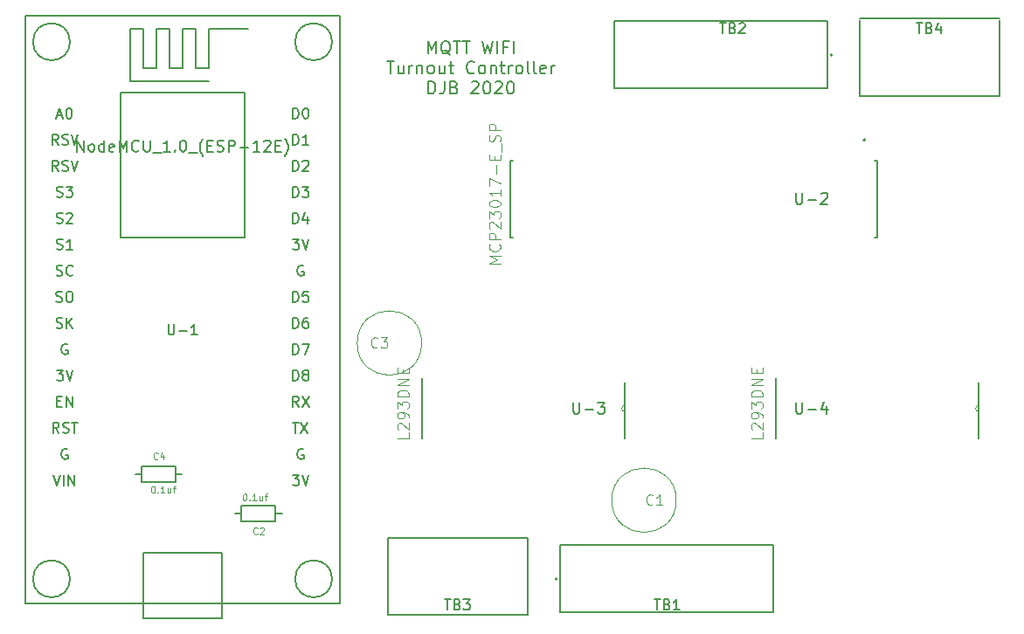
<source format=gbr>
G04 #@! TF.GenerationSoftware,KiCad,Pcbnew,5.1.6-c6e7f7d~86~ubuntu16.04.1*
G04 #@! TF.CreationDate,2020-05-12T14:31:13-06:00*
G04 #@! TF.ProjectId,Turnout-Cntrlr,5475726e-6f75-4742-9d43-6e74726c722e,rev?*
G04 #@! TF.SameCoordinates,Original*
G04 #@! TF.FileFunction,Legend,Top*
G04 #@! TF.FilePolarity,Positive*
%FSLAX46Y46*%
G04 Gerber Fmt 4.6, Leading zero omitted, Abs format (unit mm)*
G04 Created by KiCad (PCBNEW 5.1.6-c6e7f7d~86~ubuntu16.04.1) date 2020-05-12 14:31:13*
%MOMM*%
%LPD*%
G01*
G04 APERTURE LIST*
%ADD10C,0.150000*%
%ADD11C,0.127000*%
%ADD12C,0.050000*%
%ADD13C,0.152400*%
%ADD14C,0.100000*%
%ADD15C,0.200000*%
%ADD16C,0.015000*%
G04 APERTURE END LIST*
D10*
X85998571Y-65902857D02*
X85998571Y-64702857D01*
X86398571Y-65560000D01*
X86798571Y-64702857D01*
X86798571Y-65902857D01*
X88170000Y-66017142D02*
X88055714Y-65960000D01*
X87941428Y-65845714D01*
X87770000Y-65674285D01*
X87655714Y-65617142D01*
X87541428Y-65617142D01*
X87598571Y-65902857D02*
X87484285Y-65845714D01*
X87370000Y-65731428D01*
X87312857Y-65502857D01*
X87312857Y-65102857D01*
X87370000Y-64874285D01*
X87484285Y-64760000D01*
X87598571Y-64702857D01*
X87827142Y-64702857D01*
X87941428Y-64760000D01*
X88055714Y-64874285D01*
X88112857Y-65102857D01*
X88112857Y-65502857D01*
X88055714Y-65731428D01*
X87941428Y-65845714D01*
X87827142Y-65902857D01*
X87598571Y-65902857D01*
X88455714Y-64702857D02*
X89141428Y-64702857D01*
X88798571Y-65902857D02*
X88798571Y-64702857D01*
X89370000Y-64702857D02*
X90055714Y-64702857D01*
X89712857Y-65902857D02*
X89712857Y-64702857D01*
X91255714Y-64702857D02*
X91541428Y-65902857D01*
X91770000Y-65045714D01*
X91998571Y-65902857D01*
X92284285Y-64702857D01*
X92741428Y-65902857D02*
X92741428Y-64702857D01*
X93712857Y-65274285D02*
X93312857Y-65274285D01*
X93312857Y-65902857D02*
X93312857Y-64702857D01*
X93884285Y-64702857D01*
X94341428Y-65902857D02*
X94341428Y-64702857D01*
X82027142Y-66652857D02*
X82712857Y-66652857D01*
X82370000Y-67852857D02*
X82370000Y-66652857D01*
X83627142Y-67052857D02*
X83627142Y-67852857D01*
X83112857Y-67052857D02*
X83112857Y-67681428D01*
X83170000Y-67795714D01*
X83284285Y-67852857D01*
X83455714Y-67852857D01*
X83570000Y-67795714D01*
X83627142Y-67738571D01*
X84198571Y-67852857D02*
X84198571Y-67052857D01*
X84198571Y-67281428D02*
X84255714Y-67167142D01*
X84312857Y-67110000D01*
X84427142Y-67052857D01*
X84541428Y-67052857D01*
X84941428Y-67052857D02*
X84941428Y-67852857D01*
X84941428Y-67167142D02*
X84998571Y-67110000D01*
X85112857Y-67052857D01*
X85284285Y-67052857D01*
X85398571Y-67110000D01*
X85455714Y-67224285D01*
X85455714Y-67852857D01*
X86198571Y-67852857D02*
X86084285Y-67795714D01*
X86027142Y-67738571D01*
X85970000Y-67624285D01*
X85970000Y-67281428D01*
X86027142Y-67167142D01*
X86084285Y-67110000D01*
X86198571Y-67052857D01*
X86370000Y-67052857D01*
X86484285Y-67110000D01*
X86541428Y-67167142D01*
X86598571Y-67281428D01*
X86598571Y-67624285D01*
X86541428Y-67738571D01*
X86484285Y-67795714D01*
X86370000Y-67852857D01*
X86198571Y-67852857D01*
X87627142Y-67052857D02*
X87627142Y-67852857D01*
X87112857Y-67052857D02*
X87112857Y-67681428D01*
X87170000Y-67795714D01*
X87284285Y-67852857D01*
X87455714Y-67852857D01*
X87570000Y-67795714D01*
X87627142Y-67738571D01*
X88027142Y-67052857D02*
X88484285Y-67052857D01*
X88198571Y-66652857D02*
X88198571Y-67681428D01*
X88255714Y-67795714D01*
X88370000Y-67852857D01*
X88484285Y-67852857D01*
X90484285Y-67738571D02*
X90427142Y-67795714D01*
X90255714Y-67852857D01*
X90141428Y-67852857D01*
X89970000Y-67795714D01*
X89855714Y-67681428D01*
X89798571Y-67567142D01*
X89741428Y-67338571D01*
X89741428Y-67167142D01*
X89798571Y-66938571D01*
X89855714Y-66824285D01*
X89970000Y-66710000D01*
X90141428Y-66652857D01*
X90255714Y-66652857D01*
X90427142Y-66710000D01*
X90484285Y-66767142D01*
X91170000Y-67852857D02*
X91055714Y-67795714D01*
X90998571Y-67738571D01*
X90941428Y-67624285D01*
X90941428Y-67281428D01*
X90998571Y-67167142D01*
X91055714Y-67110000D01*
X91170000Y-67052857D01*
X91341428Y-67052857D01*
X91455714Y-67110000D01*
X91512857Y-67167142D01*
X91570000Y-67281428D01*
X91570000Y-67624285D01*
X91512857Y-67738571D01*
X91455714Y-67795714D01*
X91341428Y-67852857D01*
X91170000Y-67852857D01*
X92084285Y-67052857D02*
X92084285Y-67852857D01*
X92084285Y-67167142D02*
X92141428Y-67110000D01*
X92255714Y-67052857D01*
X92427142Y-67052857D01*
X92541428Y-67110000D01*
X92598571Y-67224285D01*
X92598571Y-67852857D01*
X92998571Y-67052857D02*
X93455714Y-67052857D01*
X93170000Y-66652857D02*
X93170000Y-67681428D01*
X93227142Y-67795714D01*
X93341428Y-67852857D01*
X93455714Y-67852857D01*
X93855714Y-67852857D02*
X93855714Y-67052857D01*
X93855714Y-67281428D02*
X93912857Y-67167142D01*
X93970000Y-67110000D01*
X94084285Y-67052857D01*
X94198571Y-67052857D01*
X94770000Y-67852857D02*
X94655714Y-67795714D01*
X94598571Y-67738571D01*
X94541428Y-67624285D01*
X94541428Y-67281428D01*
X94598571Y-67167142D01*
X94655714Y-67110000D01*
X94770000Y-67052857D01*
X94941428Y-67052857D01*
X95055714Y-67110000D01*
X95112857Y-67167142D01*
X95170000Y-67281428D01*
X95170000Y-67624285D01*
X95112857Y-67738571D01*
X95055714Y-67795714D01*
X94941428Y-67852857D01*
X94770000Y-67852857D01*
X95855714Y-67852857D02*
X95741428Y-67795714D01*
X95684285Y-67681428D01*
X95684285Y-66652857D01*
X96484285Y-67852857D02*
X96370000Y-67795714D01*
X96312857Y-67681428D01*
X96312857Y-66652857D01*
X97398571Y-67795714D02*
X97284285Y-67852857D01*
X97055714Y-67852857D01*
X96941428Y-67795714D01*
X96884285Y-67681428D01*
X96884285Y-67224285D01*
X96941428Y-67110000D01*
X97055714Y-67052857D01*
X97284285Y-67052857D01*
X97398571Y-67110000D01*
X97455714Y-67224285D01*
X97455714Y-67338571D01*
X96884285Y-67452857D01*
X97970000Y-67852857D02*
X97970000Y-67052857D01*
X97970000Y-67281428D02*
X98027142Y-67167142D01*
X98084285Y-67110000D01*
X98198571Y-67052857D01*
X98312857Y-67052857D01*
X86055714Y-69802857D02*
X86055714Y-68602857D01*
X86341428Y-68602857D01*
X86512857Y-68660000D01*
X86627142Y-68774285D01*
X86684285Y-68888571D01*
X86741428Y-69117142D01*
X86741428Y-69288571D01*
X86684285Y-69517142D01*
X86627142Y-69631428D01*
X86512857Y-69745714D01*
X86341428Y-69802857D01*
X86055714Y-69802857D01*
X87598571Y-68602857D02*
X87598571Y-69460000D01*
X87541428Y-69631428D01*
X87427142Y-69745714D01*
X87255714Y-69802857D01*
X87141428Y-69802857D01*
X88570000Y-69174285D02*
X88741428Y-69231428D01*
X88798571Y-69288571D01*
X88855714Y-69402857D01*
X88855714Y-69574285D01*
X88798571Y-69688571D01*
X88741428Y-69745714D01*
X88627142Y-69802857D01*
X88170000Y-69802857D01*
X88170000Y-68602857D01*
X88570000Y-68602857D01*
X88684285Y-68660000D01*
X88741428Y-68717142D01*
X88798571Y-68831428D01*
X88798571Y-68945714D01*
X88741428Y-69060000D01*
X88684285Y-69117142D01*
X88570000Y-69174285D01*
X88170000Y-69174285D01*
X90227142Y-68717142D02*
X90284285Y-68660000D01*
X90398571Y-68602857D01*
X90684285Y-68602857D01*
X90798571Y-68660000D01*
X90855714Y-68717142D01*
X90912857Y-68831428D01*
X90912857Y-68945714D01*
X90855714Y-69117142D01*
X90170000Y-69802857D01*
X90912857Y-69802857D01*
X91655714Y-68602857D02*
X91770000Y-68602857D01*
X91884285Y-68660000D01*
X91941428Y-68717142D01*
X91998571Y-68831428D01*
X92055714Y-69060000D01*
X92055714Y-69345714D01*
X91998571Y-69574285D01*
X91941428Y-69688571D01*
X91884285Y-69745714D01*
X91770000Y-69802857D01*
X91655714Y-69802857D01*
X91541428Y-69745714D01*
X91484285Y-69688571D01*
X91427142Y-69574285D01*
X91370000Y-69345714D01*
X91370000Y-69060000D01*
X91427142Y-68831428D01*
X91484285Y-68717142D01*
X91541428Y-68660000D01*
X91655714Y-68602857D01*
X92512857Y-68717142D02*
X92570000Y-68660000D01*
X92684285Y-68602857D01*
X92970000Y-68602857D01*
X93084285Y-68660000D01*
X93141428Y-68717142D01*
X93198571Y-68831428D01*
X93198571Y-68945714D01*
X93141428Y-69117142D01*
X92455714Y-69802857D01*
X93198571Y-69802857D01*
X93941428Y-68602857D02*
X94055714Y-68602857D01*
X94170000Y-68660000D01*
X94227142Y-68717142D01*
X94284285Y-68831428D01*
X94341428Y-69060000D01*
X94341428Y-69345714D01*
X94284285Y-69574285D01*
X94227142Y-69688571D01*
X94170000Y-69745714D01*
X94055714Y-69802857D01*
X93941428Y-69802857D01*
X93827142Y-69745714D01*
X93770000Y-69688571D01*
X93712857Y-69574285D01*
X93655714Y-69345714D01*
X93655714Y-69060000D01*
X93712857Y-68831428D01*
X93770000Y-68717142D01*
X93827142Y-68660000D01*
X93941428Y-68602857D01*
D11*
X58290000Y-105930000D02*
X61590000Y-105930000D01*
X61590000Y-105930000D02*
X61590000Y-106680000D01*
X61590000Y-106680000D02*
X61590000Y-107430000D01*
X61590000Y-107430000D02*
X58290000Y-107430000D01*
X58290000Y-107430000D02*
X58290000Y-106680000D01*
X58290000Y-106680000D02*
X58290000Y-105930000D01*
X58290000Y-106680000D02*
X57690000Y-106680000D01*
X61590000Y-106680000D02*
X62190000Y-106680000D01*
D12*
X85405000Y-93980000D02*
G75*
G03*
X85405000Y-93980000I-3125000J0D01*
G01*
D11*
X71250000Y-111240000D02*
X67950000Y-111240000D01*
X67950000Y-111240000D02*
X67950000Y-110490000D01*
X67950000Y-110490000D02*
X67950000Y-109740000D01*
X67950000Y-109740000D02*
X71250000Y-109740000D01*
X71250000Y-109740000D02*
X71250000Y-110490000D01*
X71250000Y-110490000D02*
X71250000Y-111240000D01*
X71250000Y-110490000D02*
X71850000Y-110490000D01*
X67950000Y-110490000D02*
X67350000Y-110490000D01*
D12*
X110075000Y-109220000D02*
G75*
G03*
X110075000Y-109220000I-3125000J0D01*
G01*
D11*
X98830000Y-113590000D02*
X98830000Y-120090000D01*
X98830000Y-120090000D02*
X109450000Y-120090000D01*
X109450000Y-113590000D02*
X98830000Y-113590000D01*
X98525000Y-116840000D02*
G75*
G03*
X98525000Y-116840000I-100000J0D01*
G01*
X108830000Y-120090000D02*
X119450000Y-120090000D01*
X119450000Y-120090000D02*
X119450000Y-113590000D01*
X119450000Y-113590000D02*
X108830000Y-113590000D01*
D13*
X139395200Y-100025200D02*
X139395200Y-97840800D01*
X139395200Y-100634800D02*
X139395200Y-100025200D01*
X139395200Y-103251000D02*
X139395200Y-100634800D01*
X119684800Y-97409000D02*
X119684800Y-103251000D01*
D14*
X139395200Y-100634800D02*
G75*
G02*
X139395200Y-100025200I0J304800D01*
G01*
D11*
X127870000Y-70040000D02*
X141370000Y-70040000D01*
X141370000Y-70040000D02*
X141370000Y-62640000D01*
X127870000Y-62640000D02*
X127870000Y-70040000D01*
X127870000Y-62540000D02*
X141370000Y-62540000D01*
X95650000Y-112840000D02*
X82150000Y-112840000D01*
X82150000Y-112840000D02*
X82150000Y-120240000D01*
X95650000Y-120240000D02*
X95650000Y-112840000D01*
X95650000Y-120340000D02*
X82150000Y-120340000D01*
X104070000Y-69290000D02*
X114690000Y-69290000D01*
X104070000Y-62790000D02*
X104070000Y-69290000D01*
X114690000Y-62790000D02*
X104070000Y-62790000D01*
X125195000Y-66040000D02*
G75*
G03*
X125195000Y-66040000I-100000J0D01*
G01*
X114070000Y-69290000D02*
X124690000Y-69290000D01*
X124690000Y-62790000D02*
X114070000Y-62790000D01*
X124690000Y-69290000D02*
X124690000Y-62790000D01*
D13*
X85394800Y-97409000D02*
X85394800Y-103251000D01*
X105105200Y-103251000D02*
X105105200Y-100634800D01*
X105105200Y-100634800D02*
X105105200Y-100025200D01*
X105105200Y-100025200D02*
X105105200Y-97840800D01*
D14*
X105105200Y-100634800D02*
G75*
G02*
X105105200Y-100025200I0J304800D01*
G01*
D11*
X129540000Y-83760000D02*
X129540000Y-76260000D01*
X93980000Y-83760000D02*
X93980000Y-76260000D01*
X129540000Y-76260000D02*
X129286000Y-76260000D01*
X129540000Y-83760000D02*
X129286000Y-83760000D01*
X93980000Y-76260000D02*
X94234000Y-76260000D01*
X93980000Y-83760000D02*
X94234000Y-83760000D01*
D15*
X128404300Y-74295580D02*
G75*
G03*
X128404300Y-74295580I-100000J0D01*
G01*
D10*
X56230000Y-69710000D02*
X68230000Y-69710000D01*
X68230000Y-69710000D02*
X68230000Y-83710000D01*
X68230000Y-83710000D02*
X56230000Y-83710000D01*
X56230000Y-83710000D02*
X56230000Y-69710000D01*
X64770000Y-68580000D02*
X57150000Y-68580000D01*
X57150000Y-68580000D02*
X57150000Y-63500000D01*
X57150000Y-63500000D02*
X58420000Y-63500000D01*
X58420000Y-63500000D02*
X58420000Y-67310000D01*
X58420000Y-67310000D02*
X59690000Y-67310000D01*
X59690000Y-67310000D02*
X59690000Y-63500000D01*
X59690000Y-63500000D02*
X60960000Y-63500000D01*
X60960000Y-63500000D02*
X60960000Y-67310000D01*
X60960000Y-67310000D02*
X62230000Y-67310000D01*
X62230000Y-67310000D02*
X62230000Y-63500000D01*
X62230000Y-63500000D02*
X63500000Y-63500000D01*
X63500000Y-63500000D02*
X63500000Y-67310000D01*
X63500000Y-67310000D02*
X64770000Y-67310000D01*
X64770000Y-67310000D02*
X64770000Y-63500000D01*
X64770000Y-63500000D02*
X68580000Y-63500000D01*
X58420000Y-120650000D02*
X66040000Y-120650000D01*
X66040000Y-120650000D02*
X66040000Y-114300000D01*
X66040000Y-114300000D02*
X58420000Y-114300000D01*
X58420000Y-114300000D02*
X58420000Y-120650000D01*
X76726051Y-116840000D02*
G75*
G03*
X76726051Y-116840000I-1796051J0D01*
G01*
X51326051Y-116840000D02*
G75*
G03*
X51326051Y-116840000I-1796051J0D01*
G01*
X51326051Y-64770000D02*
G75*
G03*
X51326051Y-64770000I-1796051J0D01*
G01*
X76726051Y-64770000D02*
G75*
G03*
X76726051Y-64770000I-1796051J0D01*
G01*
X77480000Y-62210000D02*
X47480000Y-62210000D01*
X47480000Y-62210000D02*
X46980000Y-62210000D01*
X46980000Y-62210000D02*
X46980000Y-119210000D01*
X46980000Y-119210000D02*
X77480000Y-119210000D01*
X77480000Y-119210000D02*
X77480000Y-62210000D01*
D12*
X59830329Y-105191407D02*
X59798995Y-105222741D01*
X59704992Y-105254076D01*
X59642323Y-105254076D01*
X59548320Y-105222741D01*
X59485652Y-105160073D01*
X59454317Y-105097404D01*
X59422983Y-104972067D01*
X59422983Y-104878064D01*
X59454317Y-104752726D01*
X59485652Y-104690058D01*
X59548320Y-104627389D01*
X59642323Y-104596055D01*
X59704992Y-104596055D01*
X59798995Y-104627389D01*
X59830329Y-104658723D01*
X60394347Y-104815395D02*
X60394347Y-105254076D01*
X60237676Y-104564720D02*
X60081004Y-105034735D01*
X60488350Y-105034735D01*
X59334943Y-107858513D02*
X59397507Y-107858513D01*
X59460072Y-107889796D01*
X59491354Y-107921078D01*
X59522636Y-107983642D01*
X59553919Y-108108772D01*
X59553919Y-108265183D01*
X59522636Y-108390312D01*
X59491354Y-108452877D01*
X59460072Y-108484159D01*
X59397507Y-108515441D01*
X59334943Y-108515441D01*
X59272378Y-108484159D01*
X59241096Y-108452877D01*
X59209813Y-108390312D01*
X59178531Y-108265183D01*
X59178531Y-108108772D01*
X59209813Y-107983642D01*
X59241096Y-107921078D01*
X59272378Y-107889796D01*
X59334943Y-107858513D01*
X59835459Y-108452877D02*
X59866741Y-108484159D01*
X59835459Y-108515441D01*
X59804177Y-108484159D01*
X59835459Y-108452877D01*
X59835459Y-108515441D01*
X60492387Y-108515441D02*
X60117000Y-108515441D01*
X60304693Y-108515441D02*
X60304693Y-107858513D01*
X60242129Y-107952360D01*
X60179564Y-108014925D01*
X60117000Y-108046207D01*
X61055468Y-108077489D02*
X61055468Y-108515441D01*
X60773928Y-108077489D02*
X60773928Y-108421594D01*
X60805210Y-108484159D01*
X60867775Y-108515441D01*
X60961621Y-108515441D01*
X61024186Y-108484159D01*
X61055468Y-108452877D01*
X61274444Y-108077489D02*
X61524703Y-108077489D01*
X61368291Y-108515441D02*
X61368291Y-107952360D01*
X61399573Y-107889796D01*
X61462138Y-107858513D01*
X61524703Y-107858513D01*
D16*
X81113333Y-94337142D02*
X81065714Y-94384761D01*
X80922857Y-94432380D01*
X80827619Y-94432380D01*
X80684761Y-94384761D01*
X80589523Y-94289523D01*
X80541904Y-94194285D01*
X80494285Y-94003809D01*
X80494285Y-93860952D01*
X80541904Y-93670476D01*
X80589523Y-93575238D01*
X80684761Y-93480000D01*
X80827619Y-93432380D01*
X80922857Y-93432380D01*
X81065714Y-93480000D01*
X81113333Y-93527619D01*
X81446666Y-93432380D02*
X82065714Y-93432380D01*
X81732380Y-93813333D01*
X81875238Y-93813333D01*
X81970476Y-93860952D01*
X82018095Y-93908571D01*
X82065714Y-94003809D01*
X82065714Y-94241904D01*
X82018095Y-94337142D01*
X81970476Y-94384761D01*
X81875238Y-94432380D01*
X81589523Y-94432380D01*
X81494285Y-94384761D01*
X81446666Y-94337142D01*
D12*
X69490329Y-112448607D02*
X69458995Y-112479941D01*
X69364992Y-112511276D01*
X69302323Y-112511276D01*
X69208320Y-112479941D01*
X69145652Y-112417273D01*
X69114317Y-112354604D01*
X69082983Y-112229267D01*
X69082983Y-112135264D01*
X69114317Y-112009926D01*
X69145652Y-111947258D01*
X69208320Y-111884589D01*
X69302323Y-111853255D01*
X69364992Y-111853255D01*
X69458995Y-111884589D01*
X69490329Y-111915923D01*
X69741004Y-111915923D02*
X69772338Y-111884589D01*
X69835007Y-111853255D01*
X69991679Y-111853255D01*
X70054347Y-111884589D01*
X70085682Y-111915923D01*
X70117016Y-111978592D01*
X70117016Y-112041261D01*
X70085682Y-112135264D01*
X69709670Y-112511276D01*
X70117016Y-112511276D01*
X68234273Y-108591993D02*
X68296837Y-108591993D01*
X68359402Y-108623276D01*
X68390684Y-108654558D01*
X68421966Y-108717122D01*
X68453249Y-108842252D01*
X68453249Y-108998663D01*
X68421966Y-109123792D01*
X68390684Y-109186357D01*
X68359402Y-109217639D01*
X68296837Y-109248921D01*
X68234273Y-109248921D01*
X68171708Y-109217639D01*
X68140426Y-109186357D01*
X68109143Y-109123792D01*
X68077861Y-108998663D01*
X68077861Y-108842252D01*
X68109143Y-108717122D01*
X68140426Y-108654558D01*
X68171708Y-108623276D01*
X68234273Y-108591993D01*
X68734789Y-109186357D02*
X68766071Y-109217639D01*
X68734789Y-109248921D01*
X68703507Y-109217639D01*
X68734789Y-109186357D01*
X68734789Y-109248921D01*
X69391717Y-109248921D02*
X69016330Y-109248921D01*
X69204023Y-109248921D02*
X69204023Y-108591993D01*
X69141459Y-108685840D01*
X69078894Y-108748405D01*
X69016330Y-108779687D01*
X69954798Y-108810969D02*
X69954798Y-109248921D01*
X69673258Y-108810969D02*
X69673258Y-109155074D01*
X69704540Y-109217639D01*
X69767105Y-109248921D01*
X69860951Y-109248921D01*
X69923516Y-109217639D01*
X69954798Y-109186357D01*
X70173774Y-108810969D02*
X70424033Y-108810969D01*
X70267621Y-109248921D02*
X70267621Y-108685840D01*
X70298903Y-108623276D01*
X70361468Y-108591993D01*
X70424033Y-108591993D01*
D16*
X107783333Y-109577142D02*
X107735714Y-109624761D01*
X107592857Y-109672380D01*
X107497619Y-109672380D01*
X107354761Y-109624761D01*
X107259523Y-109529523D01*
X107211904Y-109434285D01*
X107164285Y-109243809D01*
X107164285Y-109100952D01*
X107211904Y-108910476D01*
X107259523Y-108815238D01*
X107354761Y-108720000D01*
X107497619Y-108672380D01*
X107592857Y-108672380D01*
X107735714Y-108720000D01*
X107783333Y-108767619D01*
X108735714Y-109672380D02*
X108164285Y-109672380D01*
X108450000Y-109672380D02*
X108450000Y-108672380D01*
X108354761Y-108815238D01*
X108259523Y-108910476D01*
X108164285Y-108958095D01*
D10*
X107958095Y-118832380D02*
X108529523Y-118832380D01*
X108243809Y-119832380D02*
X108243809Y-118832380D01*
X109196190Y-119308571D02*
X109339047Y-119356190D01*
X109386666Y-119403809D01*
X109434285Y-119499047D01*
X109434285Y-119641904D01*
X109386666Y-119737142D01*
X109339047Y-119784761D01*
X109243809Y-119832380D01*
X108862857Y-119832380D01*
X108862857Y-118832380D01*
X109196190Y-118832380D01*
X109291428Y-118880000D01*
X109339047Y-118927619D01*
X109386666Y-119022857D01*
X109386666Y-119118095D01*
X109339047Y-119213333D01*
X109291428Y-119260952D01*
X109196190Y-119308571D01*
X108862857Y-119308571D01*
X110386666Y-119832380D02*
X109815238Y-119832380D01*
X110100952Y-119832380D02*
X110100952Y-118832380D01*
X110005714Y-118975238D01*
X109910476Y-119070476D01*
X109815238Y-119118095D01*
X121670952Y-99727619D02*
X121670952Y-100618095D01*
X121723333Y-100722857D01*
X121775714Y-100775238D01*
X121880476Y-100827619D01*
X122090000Y-100827619D01*
X122194761Y-100775238D01*
X122247142Y-100722857D01*
X122299523Y-100618095D01*
X122299523Y-99727619D01*
X122823333Y-100408571D02*
X123661428Y-100408571D01*
X124656666Y-100094285D02*
X124656666Y-100827619D01*
X124394761Y-99675238D02*
X124132857Y-100460952D01*
X124813809Y-100460952D01*
D12*
X118424839Y-102668851D02*
X118424839Y-103192661D01*
X117324839Y-103192661D01*
X117429600Y-102354566D02*
X117377220Y-102302185D01*
X117324839Y-102197423D01*
X117324839Y-101935518D01*
X117377220Y-101830756D01*
X117429600Y-101778375D01*
X117534362Y-101725994D01*
X117639124Y-101725994D01*
X117796267Y-101778375D01*
X118424839Y-102406947D01*
X118424839Y-101725994D01*
X118424839Y-101202185D02*
X118424839Y-100992661D01*
X118372458Y-100887899D01*
X118320077Y-100835518D01*
X118162934Y-100730756D01*
X117953410Y-100678375D01*
X117534362Y-100678375D01*
X117429600Y-100730756D01*
X117377220Y-100783137D01*
X117324839Y-100887899D01*
X117324839Y-101097423D01*
X117377220Y-101202185D01*
X117429600Y-101254566D01*
X117534362Y-101306947D01*
X117796267Y-101306947D01*
X117901029Y-101254566D01*
X117953410Y-101202185D01*
X118005791Y-101097423D01*
X118005791Y-100887899D01*
X117953410Y-100783137D01*
X117901029Y-100730756D01*
X117796267Y-100678375D01*
X117324839Y-100311709D02*
X117324839Y-99630756D01*
X117743886Y-99997423D01*
X117743886Y-99840280D01*
X117796267Y-99735518D01*
X117848648Y-99683137D01*
X117953410Y-99630756D01*
X118215315Y-99630756D01*
X118320077Y-99683137D01*
X118372458Y-99735518D01*
X118424839Y-99840280D01*
X118424839Y-100154566D01*
X118372458Y-100259328D01*
X118320077Y-100311709D01*
X118424839Y-99159328D02*
X117324839Y-99159328D01*
X117324839Y-98897423D01*
X117377220Y-98740280D01*
X117481981Y-98635518D01*
X117586743Y-98583137D01*
X117796267Y-98530756D01*
X117953410Y-98530756D01*
X118162934Y-98583137D01*
X118267696Y-98635518D01*
X118372458Y-98740280D01*
X118424839Y-98897423D01*
X118424839Y-99159328D01*
X118424839Y-98059328D02*
X117324839Y-98059328D01*
X118424839Y-97430756D01*
X117324839Y-97430756D01*
X117848648Y-96906947D02*
X117848648Y-96540280D01*
X118424839Y-96383137D02*
X118424839Y-96906947D01*
X117324839Y-96906947D01*
X117324839Y-96383137D01*
D10*
X133358095Y-62952380D02*
X133929523Y-62952380D01*
X133643809Y-63952380D02*
X133643809Y-62952380D01*
X134596190Y-63428571D02*
X134739047Y-63476190D01*
X134786666Y-63523809D01*
X134834285Y-63619047D01*
X134834285Y-63761904D01*
X134786666Y-63857142D01*
X134739047Y-63904761D01*
X134643809Y-63952380D01*
X134262857Y-63952380D01*
X134262857Y-62952380D01*
X134596190Y-62952380D01*
X134691428Y-63000000D01*
X134739047Y-63047619D01*
X134786666Y-63142857D01*
X134786666Y-63238095D01*
X134739047Y-63333333D01*
X134691428Y-63380952D01*
X134596190Y-63428571D01*
X134262857Y-63428571D01*
X135691428Y-63285714D02*
X135691428Y-63952380D01*
X135453333Y-62904761D02*
X135215238Y-63619047D01*
X135834285Y-63619047D01*
X87638095Y-118832380D02*
X88209523Y-118832380D01*
X87923809Y-119832380D02*
X87923809Y-118832380D01*
X88876190Y-119308571D02*
X89019047Y-119356190D01*
X89066666Y-119403809D01*
X89114285Y-119499047D01*
X89114285Y-119641904D01*
X89066666Y-119737142D01*
X89019047Y-119784761D01*
X88923809Y-119832380D01*
X88542857Y-119832380D01*
X88542857Y-118832380D01*
X88876190Y-118832380D01*
X88971428Y-118880000D01*
X89019047Y-118927619D01*
X89066666Y-119022857D01*
X89066666Y-119118095D01*
X89019047Y-119213333D01*
X88971428Y-119260952D01*
X88876190Y-119308571D01*
X88542857Y-119308571D01*
X89447619Y-118832380D02*
X90066666Y-118832380D01*
X89733333Y-119213333D01*
X89876190Y-119213333D01*
X89971428Y-119260952D01*
X90019047Y-119308571D01*
X90066666Y-119403809D01*
X90066666Y-119641904D01*
X90019047Y-119737142D01*
X89971428Y-119784761D01*
X89876190Y-119832380D01*
X89590476Y-119832380D01*
X89495238Y-119784761D01*
X89447619Y-119737142D01*
X114308095Y-62952380D02*
X114879523Y-62952380D01*
X114593809Y-63952380D02*
X114593809Y-62952380D01*
X115546190Y-63428571D02*
X115689047Y-63476190D01*
X115736666Y-63523809D01*
X115784285Y-63619047D01*
X115784285Y-63761904D01*
X115736666Y-63857142D01*
X115689047Y-63904761D01*
X115593809Y-63952380D01*
X115212857Y-63952380D01*
X115212857Y-62952380D01*
X115546190Y-62952380D01*
X115641428Y-63000000D01*
X115689047Y-63047619D01*
X115736666Y-63142857D01*
X115736666Y-63238095D01*
X115689047Y-63333333D01*
X115641428Y-63380952D01*
X115546190Y-63428571D01*
X115212857Y-63428571D01*
X116165238Y-63047619D02*
X116212857Y-63000000D01*
X116308095Y-62952380D01*
X116546190Y-62952380D01*
X116641428Y-63000000D01*
X116689047Y-63047619D01*
X116736666Y-63142857D01*
X116736666Y-63238095D01*
X116689047Y-63380952D01*
X116117619Y-63952380D01*
X116736666Y-63952380D01*
X100080952Y-99727619D02*
X100080952Y-100618095D01*
X100133333Y-100722857D01*
X100185714Y-100775238D01*
X100290476Y-100827619D01*
X100500000Y-100827619D01*
X100604761Y-100775238D01*
X100657142Y-100722857D01*
X100709523Y-100618095D01*
X100709523Y-99727619D01*
X101233333Y-100408571D02*
X102071428Y-100408571D01*
X102490476Y-99727619D02*
X103171428Y-99727619D01*
X102804761Y-100146666D01*
X102961904Y-100146666D01*
X103066666Y-100199047D01*
X103119047Y-100251428D01*
X103171428Y-100356190D01*
X103171428Y-100618095D01*
X103119047Y-100722857D01*
X103066666Y-100775238D01*
X102961904Y-100827619D01*
X102647619Y-100827619D01*
X102542857Y-100775238D01*
X102490476Y-100722857D01*
D12*
X84134839Y-102668851D02*
X84134839Y-103192661D01*
X83034839Y-103192661D01*
X83139600Y-102354566D02*
X83087220Y-102302185D01*
X83034839Y-102197423D01*
X83034839Y-101935518D01*
X83087220Y-101830756D01*
X83139600Y-101778375D01*
X83244362Y-101725994D01*
X83349124Y-101725994D01*
X83506267Y-101778375D01*
X84134839Y-102406947D01*
X84134839Y-101725994D01*
X84134839Y-101202185D02*
X84134839Y-100992661D01*
X84082458Y-100887899D01*
X84030077Y-100835518D01*
X83872934Y-100730756D01*
X83663410Y-100678375D01*
X83244362Y-100678375D01*
X83139600Y-100730756D01*
X83087220Y-100783137D01*
X83034839Y-100887899D01*
X83034839Y-101097423D01*
X83087220Y-101202185D01*
X83139600Y-101254566D01*
X83244362Y-101306947D01*
X83506267Y-101306947D01*
X83611029Y-101254566D01*
X83663410Y-101202185D01*
X83715791Y-101097423D01*
X83715791Y-100887899D01*
X83663410Y-100783137D01*
X83611029Y-100730756D01*
X83506267Y-100678375D01*
X83034839Y-100311709D02*
X83034839Y-99630756D01*
X83453886Y-99997423D01*
X83453886Y-99840280D01*
X83506267Y-99735518D01*
X83558648Y-99683137D01*
X83663410Y-99630756D01*
X83925315Y-99630756D01*
X84030077Y-99683137D01*
X84082458Y-99735518D01*
X84134839Y-99840280D01*
X84134839Y-100154566D01*
X84082458Y-100259328D01*
X84030077Y-100311709D01*
X84134839Y-99159328D02*
X83034839Y-99159328D01*
X83034839Y-98897423D01*
X83087220Y-98740280D01*
X83191981Y-98635518D01*
X83296743Y-98583137D01*
X83506267Y-98530756D01*
X83663410Y-98530756D01*
X83872934Y-98583137D01*
X83977696Y-98635518D01*
X84082458Y-98740280D01*
X84134839Y-98897423D01*
X84134839Y-99159328D01*
X84134839Y-98059328D02*
X83034839Y-98059328D01*
X84134839Y-97430756D01*
X83034839Y-97430756D01*
X83558648Y-96906947D02*
X83558648Y-96540280D01*
X84134839Y-96383137D02*
X84134839Y-96906947D01*
X83034839Y-96906947D01*
X83034839Y-96383137D01*
D10*
X121670952Y-79407619D02*
X121670952Y-80298095D01*
X121723333Y-80402857D01*
X121775714Y-80455238D01*
X121880476Y-80507619D01*
X122090000Y-80507619D01*
X122194761Y-80455238D01*
X122247142Y-80402857D01*
X122299523Y-80298095D01*
X122299523Y-79407619D01*
X122823333Y-80088571D02*
X123661428Y-80088571D01*
X124132857Y-79512380D02*
X124185238Y-79460000D01*
X124290000Y-79407619D01*
X124551904Y-79407619D01*
X124656666Y-79460000D01*
X124709047Y-79512380D01*
X124761428Y-79617142D01*
X124761428Y-79721904D01*
X124709047Y-79879047D01*
X124080476Y-80507619D01*
X124761428Y-80507619D01*
D12*
X93031019Y-86273812D02*
X91931019Y-86273812D01*
X92716733Y-85907146D01*
X91931019Y-85540479D01*
X93031019Y-85540479D01*
X92926257Y-84388098D02*
X92978638Y-84440479D01*
X93031019Y-84597622D01*
X93031019Y-84702384D01*
X92978638Y-84859527D01*
X92873876Y-84964289D01*
X92769114Y-85016670D01*
X92559590Y-85069050D01*
X92402447Y-85069050D01*
X92192923Y-85016670D01*
X92088161Y-84964289D01*
X91983400Y-84859527D01*
X91931019Y-84702384D01*
X91931019Y-84597622D01*
X91983400Y-84440479D01*
X92035780Y-84388098D01*
X93031019Y-83916670D02*
X91931019Y-83916670D01*
X91931019Y-83497622D01*
X91983400Y-83392860D01*
X92035780Y-83340479D01*
X92140542Y-83288098D01*
X92297685Y-83288098D01*
X92402447Y-83340479D01*
X92454828Y-83392860D01*
X92507209Y-83497622D01*
X92507209Y-83916670D01*
X92035780Y-82869050D02*
X91983400Y-82816670D01*
X91931019Y-82711908D01*
X91931019Y-82450003D01*
X91983400Y-82345241D01*
X92035780Y-82292860D01*
X92140542Y-82240479D01*
X92245304Y-82240479D01*
X92402447Y-82292860D01*
X93031019Y-82921431D01*
X93031019Y-82240479D01*
X91931019Y-81873812D02*
X91931019Y-81192860D01*
X92350066Y-81559527D01*
X92350066Y-81402384D01*
X92402447Y-81297622D01*
X92454828Y-81245241D01*
X92559590Y-81192860D01*
X92821495Y-81192860D01*
X92926257Y-81245241D01*
X92978638Y-81297622D01*
X93031019Y-81402384D01*
X93031019Y-81716670D01*
X92978638Y-81821431D01*
X92926257Y-81873812D01*
X91931019Y-80511908D02*
X91931019Y-80407146D01*
X91983400Y-80302384D01*
X92035780Y-80250003D01*
X92140542Y-80197622D01*
X92350066Y-80145241D01*
X92611971Y-80145241D01*
X92821495Y-80197622D01*
X92926257Y-80250003D01*
X92978638Y-80302384D01*
X93031019Y-80407146D01*
X93031019Y-80511908D01*
X92978638Y-80616670D01*
X92926257Y-80669050D01*
X92821495Y-80721431D01*
X92611971Y-80773812D01*
X92350066Y-80773812D01*
X92140542Y-80721431D01*
X92035780Y-80669050D01*
X91983400Y-80616670D01*
X91931019Y-80511908D01*
X93031019Y-79097622D02*
X93031019Y-79726193D01*
X93031019Y-79411908D02*
X91931019Y-79411908D01*
X92088161Y-79516670D01*
X92192923Y-79621431D01*
X92245304Y-79726193D01*
X91931019Y-78730955D02*
X91931019Y-77997622D01*
X93031019Y-78469050D01*
X92611971Y-77578574D02*
X92611971Y-76740479D01*
X92454828Y-76216670D02*
X92454828Y-75850003D01*
X93031019Y-75692860D02*
X93031019Y-76216670D01*
X91931019Y-76216670D01*
X91931019Y-75692860D01*
X93135780Y-75483336D02*
X93135780Y-74645241D01*
X92978638Y-74435717D02*
X93031019Y-74278574D01*
X93031019Y-74016670D01*
X92978638Y-73911908D01*
X92926257Y-73859527D01*
X92821495Y-73807146D01*
X92716733Y-73807146D01*
X92611971Y-73859527D01*
X92559590Y-73911908D01*
X92507209Y-74016670D01*
X92454828Y-74226193D01*
X92402447Y-74330955D01*
X92350066Y-74383336D01*
X92245304Y-74435717D01*
X92140542Y-74435717D01*
X92035780Y-74383336D01*
X91983400Y-74330955D01*
X91931019Y-74226193D01*
X91931019Y-73964289D01*
X91983400Y-73807146D01*
X93031019Y-73335717D02*
X91931019Y-73335717D01*
X91931019Y-72916670D01*
X91983400Y-72811908D01*
X92035780Y-72759527D01*
X92140542Y-72707146D01*
X92297685Y-72707146D01*
X92402447Y-72759527D01*
X92454828Y-72811908D01*
X92507209Y-72916670D01*
X92507209Y-73335717D01*
D10*
X60849047Y-92162380D02*
X60849047Y-92971904D01*
X60896666Y-93067142D01*
X60944285Y-93114761D01*
X61039523Y-93162380D01*
X61230000Y-93162380D01*
X61325238Y-93114761D01*
X61372857Y-93067142D01*
X61420476Y-92971904D01*
X61420476Y-92162380D01*
X61896666Y-92781428D02*
X62658571Y-92781428D01*
X63658571Y-93162380D02*
X63087142Y-93162380D01*
X63372857Y-93162380D02*
X63372857Y-92162380D01*
X63277619Y-92305238D01*
X63182380Y-92400476D01*
X63087142Y-92448095D01*
X52015714Y-75427619D02*
X52015714Y-74327619D01*
X52644285Y-75427619D01*
X52644285Y-74327619D01*
X53325238Y-75427619D02*
X53220476Y-75375238D01*
X53168095Y-75322857D01*
X53115714Y-75218095D01*
X53115714Y-74903809D01*
X53168095Y-74799047D01*
X53220476Y-74746666D01*
X53325238Y-74694285D01*
X53482380Y-74694285D01*
X53587142Y-74746666D01*
X53639523Y-74799047D01*
X53691904Y-74903809D01*
X53691904Y-75218095D01*
X53639523Y-75322857D01*
X53587142Y-75375238D01*
X53482380Y-75427619D01*
X53325238Y-75427619D01*
X54634761Y-75427619D02*
X54634761Y-74327619D01*
X54634761Y-75375238D02*
X54530000Y-75427619D01*
X54320476Y-75427619D01*
X54215714Y-75375238D01*
X54163333Y-75322857D01*
X54110952Y-75218095D01*
X54110952Y-74903809D01*
X54163333Y-74799047D01*
X54215714Y-74746666D01*
X54320476Y-74694285D01*
X54530000Y-74694285D01*
X54634761Y-74746666D01*
X55577619Y-75375238D02*
X55472857Y-75427619D01*
X55263333Y-75427619D01*
X55158571Y-75375238D01*
X55106190Y-75270476D01*
X55106190Y-74851428D01*
X55158571Y-74746666D01*
X55263333Y-74694285D01*
X55472857Y-74694285D01*
X55577619Y-74746666D01*
X55630000Y-74851428D01*
X55630000Y-74956190D01*
X55106190Y-75060952D01*
X56101428Y-75427619D02*
X56101428Y-74327619D01*
X56468095Y-75113333D01*
X56834761Y-74327619D01*
X56834761Y-75427619D01*
X57987142Y-75322857D02*
X57934761Y-75375238D01*
X57777619Y-75427619D01*
X57672857Y-75427619D01*
X57515714Y-75375238D01*
X57410952Y-75270476D01*
X57358571Y-75165714D01*
X57306190Y-74956190D01*
X57306190Y-74799047D01*
X57358571Y-74589523D01*
X57410952Y-74484761D01*
X57515714Y-74380000D01*
X57672857Y-74327619D01*
X57777619Y-74327619D01*
X57934761Y-74380000D01*
X57987142Y-74432380D01*
X58458571Y-74327619D02*
X58458571Y-75218095D01*
X58510952Y-75322857D01*
X58563333Y-75375238D01*
X58668095Y-75427619D01*
X58877619Y-75427619D01*
X58982380Y-75375238D01*
X59034761Y-75322857D01*
X59087142Y-75218095D01*
X59087142Y-74327619D01*
X59349047Y-75532380D02*
X60187142Y-75532380D01*
X61025238Y-75427619D02*
X60396666Y-75427619D01*
X60710952Y-75427619D02*
X60710952Y-74327619D01*
X60606190Y-74484761D01*
X60501428Y-74589523D01*
X60396666Y-74641904D01*
X61496666Y-75322857D02*
X61549047Y-75375238D01*
X61496666Y-75427619D01*
X61444285Y-75375238D01*
X61496666Y-75322857D01*
X61496666Y-75427619D01*
X62230000Y-74327619D02*
X62334761Y-74327619D01*
X62439523Y-74380000D01*
X62491904Y-74432380D01*
X62544285Y-74537142D01*
X62596666Y-74746666D01*
X62596666Y-75008571D01*
X62544285Y-75218095D01*
X62491904Y-75322857D01*
X62439523Y-75375238D01*
X62334761Y-75427619D01*
X62230000Y-75427619D01*
X62125238Y-75375238D01*
X62072857Y-75322857D01*
X62020476Y-75218095D01*
X61968095Y-75008571D01*
X61968095Y-74746666D01*
X62020476Y-74537142D01*
X62072857Y-74432380D01*
X62125238Y-74380000D01*
X62230000Y-74327619D01*
X62806190Y-75532380D02*
X63644285Y-75532380D01*
X64220476Y-75846666D02*
X64168095Y-75794285D01*
X64063333Y-75637142D01*
X64010952Y-75532380D01*
X63958571Y-75375238D01*
X63906190Y-75113333D01*
X63906190Y-74903809D01*
X63958571Y-74641904D01*
X64010952Y-74484761D01*
X64063333Y-74380000D01*
X64168095Y-74222857D01*
X64220476Y-74170476D01*
X64639523Y-74851428D02*
X65006190Y-74851428D01*
X65163333Y-75427619D02*
X64639523Y-75427619D01*
X64639523Y-74327619D01*
X65163333Y-74327619D01*
X65582380Y-75375238D02*
X65739523Y-75427619D01*
X66001428Y-75427619D01*
X66106190Y-75375238D01*
X66158571Y-75322857D01*
X66210952Y-75218095D01*
X66210952Y-75113333D01*
X66158571Y-75008571D01*
X66106190Y-74956190D01*
X66001428Y-74903809D01*
X65791904Y-74851428D01*
X65687142Y-74799047D01*
X65634761Y-74746666D01*
X65582380Y-74641904D01*
X65582380Y-74537142D01*
X65634761Y-74432380D01*
X65687142Y-74380000D01*
X65791904Y-74327619D01*
X66053809Y-74327619D01*
X66210952Y-74380000D01*
X66682380Y-75427619D02*
X66682380Y-74327619D01*
X67101428Y-74327619D01*
X67206190Y-74380000D01*
X67258571Y-74432380D01*
X67310952Y-74537142D01*
X67310952Y-74694285D01*
X67258571Y-74799047D01*
X67206190Y-74851428D01*
X67101428Y-74903809D01*
X66682380Y-74903809D01*
X67782380Y-75008571D02*
X68620476Y-75008571D01*
X69720476Y-75427619D02*
X69091904Y-75427619D01*
X69406190Y-75427619D02*
X69406190Y-74327619D01*
X69301428Y-74484761D01*
X69196666Y-74589523D01*
X69091904Y-74641904D01*
X70139523Y-74432380D02*
X70191904Y-74380000D01*
X70296666Y-74327619D01*
X70558571Y-74327619D01*
X70663333Y-74380000D01*
X70715714Y-74432380D01*
X70768095Y-74537142D01*
X70768095Y-74641904D01*
X70715714Y-74799047D01*
X70087142Y-75427619D01*
X70768095Y-75427619D01*
X71239523Y-74851428D02*
X71606190Y-74851428D01*
X71763333Y-75427619D02*
X71239523Y-75427619D01*
X71239523Y-74327619D01*
X71763333Y-74327619D01*
X72130000Y-75846666D02*
X72182380Y-75794285D01*
X72287142Y-75637142D01*
X72339523Y-75532380D01*
X72391904Y-75375238D01*
X72444285Y-75113333D01*
X72444285Y-74903809D01*
X72391904Y-74641904D01*
X72339523Y-74484761D01*
X72287142Y-74380000D01*
X72182380Y-74222857D01*
X72130000Y-74170476D01*
X49704761Y-106767380D02*
X50038095Y-107767380D01*
X50371428Y-106767380D01*
X50704761Y-107767380D02*
X50704761Y-106767380D01*
X51180952Y-107767380D02*
X51180952Y-106767380D01*
X51752380Y-107767380D01*
X51752380Y-106767380D01*
X51061904Y-104275000D02*
X50966666Y-104227380D01*
X50823809Y-104227380D01*
X50680952Y-104275000D01*
X50585714Y-104370238D01*
X50538095Y-104465476D01*
X50490476Y-104655952D01*
X50490476Y-104798809D01*
X50538095Y-104989285D01*
X50585714Y-105084523D01*
X50680952Y-105179761D01*
X50823809Y-105227380D01*
X50919047Y-105227380D01*
X51061904Y-105179761D01*
X51109523Y-105132142D01*
X51109523Y-104798809D01*
X50919047Y-104798809D01*
X50252380Y-102687380D02*
X49919047Y-102211190D01*
X49680952Y-102687380D02*
X49680952Y-101687380D01*
X50061904Y-101687380D01*
X50157142Y-101735000D01*
X50204761Y-101782619D01*
X50252380Y-101877857D01*
X50252380Y-102020714D01*
X50204761Y-102115952D01*
X50157142Y-102163571D01*
X50061904Y-102211190D01*
X49680952Y-102211190D01*
X50633333Y-102639761D02*
X50776190Y-102687380D01*
X51014285Y-102687380D01*
X51109523Y-102639761D01*
X51157142Y-102592142D01*
X51204761Y-102496904D01*
X51204761Y-102401666D01*
X51157142Y-102306428D01*
X51109523Y-102258809D01*
X51014285Y-102211190D01*
X50823809Y-102163571D01*
X50728571Y-102115952D01*
X50680952Y-102068333D01*
X50633333Y-101973095D01*
X50633333Y-101877857D01*
X50680952Y-101782619D01*
X50728571Y-101735000D01*
X50823809Y-101687380D01*
X51061904Y-101687380D01*
X51204761Y-101735000D01*
X51490476Y-101687380D02*
X52061904Y-101687380D01*
X51776190Y-102687380D02*
X51776190Y-101687380D01*
X50061904Y-99623571D02*
X50395238Y-99623571D01*
X50538095Y-100147380D02*
X50061904Y-100147380D01*
X50061904Y-99147380D01*
X50538095Y-99147380D01*
X50966666Y-100147380D02*
X50966666Y-99147380D01*
X51538095Y-100147380D01*
X51538095Y-99147380D01*
X50038095Y-96607380D02*
X50657142Y-96607380D01*
X50323809Y-96988333D01*
X50466666Y-96988333D01*
X50561904Y-97035952D01*
X50609523Y-97083571D01*
X50657142Y-97178809D01*
X50657142Y-97416904D01*
X50609523Y-97512142D01*
X50561904Y-97559761D01*
X50466666Y-97607380D01*
X50180952Y-97607380D01*
X50085714Y-97559761D01*
X50038095Y-97512142D01*
X50942857Y-96607380D02*
X51276190Y-97607380D01*
X51609523Y-96607380D01*
X51061904Y-94115000D02*
X50966666Y-94067380D01*
X50823809Y-94067380D01*
X50680952Y-94115000D01*
X50585714Y-94210238D01*
X50538095Y-94305476D01*
X50490476Y-94495952D01*
X50490476Y-94638809D01*
X50538095Y-94829285D01*
X50585714Y-94924523D01*
X50680952Y-95019761D01*
X50823809Y-95067380D01*
X50919047Y-95067380D01*
X51061904Y-95019761D01*
X51109523Y-94972142D01*
X51109523Y-94638809D01*
X50919047Y-94638809D01*
X50014285Y-92479761D02*
X50157142Y-92527380D01*
X50395238Y-92527380D01*
X50490476Y-92479761D01*
X50538095Y-92432142D01*
X50585714Y-92336904D01*
X50585714Y-92241666D01*
X50538095Y-92146428D01*
X50490476Y-92098809D01*
X50395238Y-92051190D01*
X50204761Y-92003571D01*
X50109523Y-91955952D01*
X50061904Y-91908333D01*
X50014285Y-91813095D01*
X50014285Y-91717857D01*
X50061904Y-91622619D01*
X50109523Y-91575000D01*
X50204761Y-91527380D01*
X50442857Y-91527380D01*
X50585714Y-91575000D01*
X51014285Y-92527380D02*
X51014285Y-91527380D01*
X51585714Y-92527380D02*
X51157142Y-91955952D01*
X51585714Y-91527380D02*
X51014285Y-92098809D01*
X49990476Y-89939761D02*
X50133333Y-89987380D01*
X50371428Y-89987380D01*
X50466666Y-89939761D01*
X50514285Y-89892142D01*
X50561904Y-89796904D01*
X50561904Y-89701666D01*
X50514285Y-89606428D01*
X50466666Y-89558809D01*
X50371428Y-89511190D01*
X50180952Y-89463571D01*
X50085714Y-89415952D01*
X50038095Y-89368333D01*
X49990476Y-89273095D01*
X49990476Y-89177857D01*
X50038095Y-89082619D01*
X50085714Y-89035000D01*
X50180952Y-88987380D01*
X50419047Y-88987380D01*
X50561904Y-89035000D01*
X51180952Y-88987380D02*
X51371428Y-88987380D01*
X51466666Y-89035000D01*
X51561904Y-89130238D01*
X51609523Y-89320714D01*
X51609523Y-89654047D01*
X51561904Y-89844523D01*
X51466666Y-89939761D01*
X51371428Y-89987380D01*
X51180952Y-89987380D01*
X51085714Y-89939761D01*
X50990476Y-89844523D01*
X50942857Y-89654047D01*
X50942857Y-89320714D01*
X50990476Y-89130238D01*
X51085714Y-89035000D01*
X51180952Y-88987380D01*
X50014285Y-87399761D02*
X50157142Y-87447380D01*
X50395238Y-87447380D01*
X50490476Y-87399761D01*
X50538095Y-87352142D01*
X50585714Y-87256904D01*
X50585714Y-87161666D01*
X50538095Y-87066428D01*
X50490476Y-87018809D01*
X50395238Y-86971190D01*
X50204761Y-86923571D01*
X50109523Y-86875952D01*
X50061904Y-86828333D01*
X50014285Y-86733095D01*
X50014285Y-86637857D01*
X50061904Y-86542619D01*
X50109523Y-86495000D01*
X50204761Y-86447380D01*
X50442857Y-86447380D01*
X50585714Y-86495000D01*
X51585714Y-87352142D02*
X51538095Y-87399761D01*
X51395238Y-87447380D01*
X51300000Y-87447380D01*
X51157142Y-87399761D01*
X51061904Y-87304523D01*
X51014285Y-87209285D01*
X50966666Y-87018809D01*
X50966666Y-86875952D01*
X51014285Y-86685476D01*
X51061904Y-86590238D01*
X51157142Y-86495000D01*
X51300000Y-86447380D01*
X51395238Y-86447380D01*
X51538095Y-86495000D01*
X51585714Y-86542619D01*
X50038095Y-84859761D02*
X50180952Y-84907380D01*
X50419047Y-84907380D01*
X50514285Y-84859761D01*
X50561904Y-84812142D01*
X50609523Y-84716904D01*
X50609523Y-84621666D01*
X50561904Y-84526428D01*
X50514285Y-84478809D01*
X50419047Y-84431190D01*
X50228571Y-84383571D01*
X50133333Y-84335952D01*
X50085714Y-84288333D01*
X50038095Y-84193095D01*
X50038095Y-84097857D01*
X50085714Y-84002619D01*
X50133333Y-83955000D01*
X50228571Y-83907380D01*
X50466666Y-83907380D01*
X50609523Y-83955000D01*
X51561904Y-84907380D02*
X50990476Y-84907380D01*
X51276190Y-84907380D02*
X51276190Y-83907380D01*
X51180952Y-84050238D01*
X51085714Y-84145476D01*
X50990476Y-84193095D01*
X50038095Y-82319761D02*
X50180952Y-82367380D01*
X50419047Y-82367380D01*
X50514285Y-82319761D01*
X50561904Y-82272142D01*
X50609523Y-82176904D01*
X50609523Y-82081666D01*
X50561904Y-81986428D01*
X50514285Y-81938809D01*
X50419047Y-81891190D01*
X50228571Y-81843571D01*
X50133333Y-81795952D01*
X50085714Y-81748333D01*
X50038095Y-81653095D01*
X50038095Y-81557857D01*
X50085714Y-81462619D01*
X50133333Y-81415000D01*
X50228571Y-81367380D01*
X50466666Y-81367380D01*
X50609523Y-81415000D01*
X50990476Y-81462619D02*
X51038095Y-81415000D01*
X51133333Y-81367380D01*
X51371428Y-81367380D01*
X51466666Y-81415000D01*
X51514285Y-81462619D01*
X51561904Y-81557857D01*
X51561904Y-81653095D01*
X51514285Y-81795952D01*
X50942857Y-82367380D01*
X51561904Y-82367380D01*
X50038095Y-79779761D02*
X50180952Y-79827380D01*
X50419047Y-79827380D01*
X50514285Y-79779761D01*
X50561904Y-79732142D01*
X50609523Y-79636904D01*
X50609523Y-79541666D01*
X50561904Y-79446428D01*
X50514285Y-79398809D01*
X50419047Y-79351190D01*
X50228571Y-79303571D01*
X50133333Y-79255952D01*
X50085714Y-79208333D01*
X50038095Y-79113095D01*
X50038095Y-79017857D01*
X50085714Y-78922619D01*
X50133333Y-78875000D01*
X50228571Y-78827380D01*
X50466666Y-78827380D01*
X50609523Y-78875000D01*
X50942857Y-78827380D02*
X51561904Y-78827380D01*
X51228571Y-79208333D01*
X51371428Y-79208333D01*
X51466666Y-79255952D01*
X51514285Y-79303571D01*
X51561904Y-79398809D01*
X51561904Y-79636904D01*
X51514285Y-79732142D01*
X51466666Y-79779761D01*
X51371428Y-79827380D01*
X51085714Y-79827380D01*
X50990476Y-79779761D01*
X50942857Y-79732142D01*
X50204761Y-77287380D02*
X49871428Y-76811190D01*
X49633333Y-77287380D02*
X49633333Y-76287380D01*
X50014285Y-76287380D01*
X50109523Y-76335000D01*
X50157142Y-76382619D01*
X50204761Y-76477857D01*
X50204761Y-76620714D01*
X50157142Y-76715952D01*
X50109523Y-76763571D01*
X50014285Y-76811190D01*
X49633333Y-76811190D01*
X50585714Y-77239761D02*
X50728571Y-77287380D01*
X50966666Y-77287380D01*
X51061904Y-77239761D01*
X51109523Y-77192142D01*
X51157142Y-77096904D01*
X51157142Y-77001666D01*
X51109523Y-76906428D01*
X51061904Y-76858809D01*
X50966666Y-76811190D01*
X50776190Y-76763571D01*
X50680952Y-76715952D01*
X50633333Y-76668333D01*
X50585714Y-76573095D01*
X50585714Y-76477857D01*
X50633333Y-76382619D01*
X50680952Y-76335000D01*
X50776190Y-76287380D01*
X51014285Y-76287380D01*
X51157142Y-76335000D01*
X51442857Y-76287380D02*
X51776190Y-77287380D01*
X52109523Y-76287380D01*
X50204761Y-74747380D02*
X49871428Y-74271190D01*
X49633333Y-74747380D02*
X49633333Y-73747380D01*
X50014285Y-73747380D01*
X50109523Y-73795000D01*
X50157142Y-73842619D01*
X50204761Y-73937857D01*
X50204761Y-74080714D01*
X50157142Y-74175952D01*
X50109523Y-74223571D01*
X50014285Y-74271190D01*
X49633333Y-74271190D01*
X50585714Y-74699761D02*
X50728571Y-74747380D01*
X50966666Y-74747380D01*
X51061904Y-74699761D01*
X51109523Y-74652142D01*
X51157142Y-74556904D01*
X51157142Y-74461666D01*
X51109523Y-74366428D01*
X51061904Y-74318809D01*
X50966666Y-74271190D01*
X50776190Y-74223571D01*
X50680952Y-74175952D01*
X50633333Y-74128333D01*
X50585714Y-74033095D01*
X50585714Y-73937857D01*
X50633333Y-73842619D01*
X50680952Y-73795000D01*
X50776190Y-73747380D01*
X51014285Y-73747380D01*
X51157142Y-73795000D01*
X51442857Y-73747380D02*
X51776190Y-74747380D01*
X52109523Y-73747380D01*
X50085714Y-71921666D02*
X50561904Y-71921666D01*
X49990476Y-72207380D02*
X50323809Y-71207380D01*
X50657142Y-72207380D01*
X51180952Y-71207380D02*
X51276190Y-71207380D01*
X51371428Y-71255000D01*
X51419047Y-71302619D01*
X51466666Y-71397857D01*
X51514285Y-71588333D01*
X51514285Y-71826428D01*
X51466666Y-72016904D01*
X51419047Y-72112142D01*
X51371428Y-72159761D01*
X51276190Y-72207380D01*
X51180952Y-72207380D01*
X51085714Y-72159761D01*
X51038095Y-72112142D01*
X50990476Y-72016904D01*
X50942857Y-71826428D01*
X50942857Y-71588333D01*
X50990476Y-71397857D01*
X51038095Y-71302619D01*
X51085714Y-71255000D01*
X51180952Y-71207380D01*
X72898095Y-106767380D02*
X73517142Y-106767380D01*
X73183809Y-107148333D01*
X73326666Y-107148333D01*
X73421904Y-107195952D01*
X73469523Y-107243571D01*
X73517142Y-107338809D01*
X73517142Y-107576904D01*
X73469523Y-107672142D01*
X73421904Y-107719761D01*
X73326666Y-107767380D01*
X73040952Y-107767380D01*
X72945714Y-107719761D01*
X72898095Y-107672142D01*
X73802857Y-106767380D02*
X74136190Y-107767380D01*
X74469523Y-106767380D01*
X73921904Y-104275000D02*
X73826666Y-104227380D01*
X73683809Y-104227380D01*
X73540952Y-104275000D01*
X73445714Y-104370238D01*
X73398095Y-104465476D01*
X73350476Y-104655952D01*
X73350476Y-104798809D01*
X73398095Y-104989285D01*
X73445714Y-105084523D01*
X73540952Y-105179761D01*
X73683809Y-105227380D01*
X73779047Y-105227380D01*
X73921904Y-105179761D01*
X73969523Y-105132142D01*
X73969523Y-104798809D01*
X73779047Y-104798809D01*
X72898095Y-101687380D02*
X73469523Y-101687380D01*
X73183809Y-102687380D02*
X73183809Y-101687380D01*
X73707619Y-101687380D02*
X74374285Y-102687380D01*
X74374285Y-101687380D02*
X73707619Y-102687380D01*
X73493333Y-100147380D02*
X73160000Y-99671190D01*
X72921904Y-100147380D02*
X72921904Y-99147380D01*
X73302857Y-99147380D01*
X73398095Y-99195000D01*
X73445714Y-99242619D01*
X73493333Y-99337857D01*
X73493333Y-99480714D01*
X73445714Y-99575952D01*
X73398095Y-99623571D01*
X73302857Y-99671190D01*
X72921904Y-99671190D01*
X73826666Y-99147380D02*
X74493333Y-100147380D01*
X74493333Y-99147380D02*
X73826666Y-100147380D01*
X72921904Y-97607380D02*
X72921904Y-96607380D01*
X73160000Y-96607380D01*
X73302857Y-96655000D01*
X73398095Y-96750238D01*
X73445714Y-96845476D01*
X73493333Y-97035952D01*
X73493333Y-97178809D01*
X73445714Y-97369285D01*
X73398095Y-97464523D01*
X73302857Y-97559761D01*
X73160000Y-97607380D01*
X72921904Y-97607380D01*
X74064761Y-97035952D02*
X73969523Y-96988333D01*
X73921904Y-96940714D01*
X73874285Y-96845476D01*
X73874285Y-96797857D01*
X73921904Y-96702619D01*
X73969523Y-96655000D01*
X74064761Y-96607380D01*
X74255238Y-96607380D01*
X74350476Y-96655000D01*
X74398095Y-96702619D01*
X74445714Y-96797857D01*
X74445714Y-96845476D01*
X74398095Y-96940714D01*
X74350476Y-96988333D01*
X74255238Y-97035952D01*
X74064761Y-97035952D01*
X73969523Y-97083571D01*
X73921904Y-97131190D01*
X73874285Y-97226428D01*
X73874285Y-97416904D01*
X73921904Y-97512142D01*
X73969523Y-97559761D01*
X74064761Y-97607380D01*
X74255238Y-97607380D01*
X74350476Y-97559761D01*
X74398095Y-97512142D01*
X74445714Y-97416904D01*
X74445714Y-97226428D01*
X74398095Y-97131190D01*
X74350476Y-97083571D01*
X74255238Y-97035952D01*
X72921904Y-95067380D02*
X72921904Y-94067380D01*
X73160000Y-94067380D01*
X73302857Y-94115000D01*
X73398095Y-94210238D01*
X73445714Y-94305476D01*
X73493333Y-94495952D01*
X73493333Y-94638809D01*
X73445714Y-94829285D01*
X73398095Y-94924523D01*
X73302857Y-95019761D01*
X73160000Y-95067380D01*
X72921904Y-95067380D01*
X73826666Y-94067380D02*
X74493333Y-94067380D01*
X74064761Y-95067380D01*
X72921904Y-92527380D02*
X72921904Y-91527380D01*
X73160000Y-91527380D01*
X73302857Y-91575000D01*
X73398095Y-91670238D01*
X73445714Y-91765476D01*
X73493333Y-91955952D01*
X73493333Y-92098809D01*
X73445714Y-92289285D01*
X73398095Y-92384523D01*
X73302857Y-92479761D01*
X73160000Y-92527380D01*
X72921904Y-92527380D01*
X74350476Y-91527380D02*
X74160000Y-91527380D01*
X74064761Y-91575000D01*
X74017142Y-91622619D01*
X73921904Y-91765476D01*
X73874285Y-91955952D01*
X73874285Y-92336904D01*
X73921904Y-92432142D01*
X73969523Y-92479761D01*
X74064761Y-92527380D01*
X74255238Y-92527380D01*
X74350476Y-92479761D01*
X74398095Y-92432142D01*
X74445714Y-92336904D01*
X74445714Y-92098809D01*
X74398095Y-92003571D01*
X74350476Y-91955952D01*
X74255238Y-91908333D01*
X74064761Y-91908333D01*
X73969523Y-91955952D01*
X73921904Y-92003571D01*
X73874285Y-92098809D01*
X72921904Y-89987380D02*
X72921904Y-88987380D01*
X73160000Y-88987380D01*
X73302857Y-89035000D01*
X73398095Y-89130238D01*
X73445714Y-89225476D01*
X73493333Y-89415952D01*
X73493333Y-89558809D01*
X73445714Y-89749285D01*
X73398095Y-89844523D01*
X73302857Y-89939761D01*
X73160000Y-89987380D01*
X72921904Y-89987380D01*
X74398095Y-88987380D02*
X73921904Y-88987380D01*
X73874285Y-89463571D01*
X73921904Y-89415952D01*
X74017142Y-89368333D01*
X74255238Y-89368333D01*
X74350476Y-89415952D01*
X74398095Y-89463571D01*
X74445714Y-89558809D01*
X74445714Y-89796904D01*
X74398095Y-89892142D01*
X74350476Y-89939761D01*
X74255238Y-89987380D01*
X74017142Y-89987380D01*
X73921904Y-89939761D01*
X73874285Y-89892142D01*
X73921904Y-86495000D02*
X73826666Y-86447380D01*
X73683809Y-86447380D01*
X73540952Y-86495000D01*
X73445714Y-86590238D01*
X73398095Y-86685476D01*
X73350476Y-86875952D01*
X73350476Y-87018809D01*
X73398095Y-87209285D01*
X73445714Y-87304523D01*
X73540952Y-87399761D01*
X73683809Y-87447380D01*
X73779047Y-87447380D01*
X73921904Y-87399761D01*
X73969523Y-87352142D01*
X73969523Y-87018809D01*
X73779047Y-87018809D01*
X72898095Y-83907380D02*
X73517142Y-83907380D01*
X73183809Y-84288333D01*
X73326666Y-84288333D01*
X73421904Y-84335952D01*
X73469523Y-84383571D01*
X73517142Y-84478809D01*
X73517142Y-84716904D01*
X73469523Y-84812142D01*
X73421904Y-84859761D01*
X73326666Y-84907380D01*
X73040952Y-84907380D01*
X72945714Y-84859761D01*
X72898095Y-84812142D01*
X73802857Y-83907380D02*
X74136190Y-84907380D01*
X74469523Y-83907380D01*
X72921904Y-82367380D02*
X72921904Y-81367380D01*
X73160000Y-81367380D01*
X73302857Y-81415000D01*
X73398095Y-81510238D01*
X73445714Y-81605476D01*
X73493333Y-81795952D01*
X73493333Y-81938809D01*
X73445714Y-82129285D01*
X73398095Y-82224523D01*
X73302857Y-82319761D01*
X73160000Y-82367380D01*
X72921904Y-82367380D01*
X74350476Y-81700714D02*
X74350476Y-82367380D01*
X74112380Y-81319761D02*
X73874285Y-82034047D01*
X74493333Y-82034047D01*
X72921904Y-79827380D02*
X72921904Y-78827380D01*
X73160000Y-78827380D01*
X73302857Y-78875000D01*
X73398095Y-78970238D01*
X73445714Y-79065476D01*
X73493333Y-79255952D01*
X73493333Y-79398809D01*
X73445714Y-79589285D01*
X73398095Y-79684523D01*
X73302857Y-79779761D01*
X73160000Y-79827380D01*
X72921904Y-79827380D01*
X73826666Y-78827380D02*
X74445714Y-78827380D01*
X74112380Y-79208333D01*
X74255238Y-79208333D01*
X74350476Y-79255952D01*
X74398095Y-79303571D01*
X74445714Y-79398809D01*
X74445714Y-79636904D01*
X74398095Y-79732142D01*
X74350476Y-79779761D01*
X74255238Y-79827380D01*
X73969523Y-79827380D01*
X73874285Y-79779761D01*
X73826666Y-79732142D01*
X72921904Y-77287380D02*
X72921904Y-76287380D01*
X73160000Y-76287380D01*
X73302857Y-76335000D01*
X73398095Y-76430238D01*
X73445714Y-76525476D01*
X73493333Y-76715952D01*
X73493333Y-76858809D01*
X73445714Y-77049285D01*
X73398095Y-77144523D01*
X73302857Y-77239761D01*
X73160000Y-77287380D01*
X72921904Y-77287380D01*
X73874285Y-76382619D02*
X73921904Y-76335000D01*
X74017142Y-76287380D01*
X74255238Y-76287380D01*
X74350476Y-76335000D01*
X74398095Y-76382619D01*
X74445714Y-76477857D01*
X74445714Y-76573095D01*
X74398095Y-76715952D01*
X73826666Y-77287380D01*
X74445714Y-77287380D01*
X72921904Y-74747380D02*
X72921904Y-73747380D01*
X73160000Y-73747380D01*
X73302857Y-73795000D01*
X73398095Y-73890238D01*
X73445714Y-73985476D01*
X73493333Y-74175952D01*
X73493333Y-74318809D01*
X73445714Y-74509285D01*
X73398095Y-74604523D01*
X73302857Y-74699761D01*
X73160000Y-74747380D01*
X72921904Y-74747380D01*
X74445714Y-74747380D02*
X73874285Y-74747380D01*
X74160000Y-74747380D02*
X74160000Y-73747380D01*
X74064761Y-73890238D01*
X73969523Y-73985476D01*
X73874285Y-74033095D01*
X72921904Y-72207380D02*
X72921904Y-71207380D01*
X73160000Y-71207380D01*
X73302857Y-71255000D01*
X73398095Y-71350238D01*
X73445714Y-71445476D01*
X73493333Y-71635952D01*
X73493333Y-71778809D01*
X73445714Y-71969285D01*
X73398095Y-72064523D01*
X73302857Y-72159761D01*
X73160000Y-72207380D01*
X72921904Y-72207380D01*
X74112380Y-71207380D02*
X74207619Y-71207380D01*
X74302857Y-71255000D01*
X74350476Y-71302619D01*
X74398095Y-71397857D01*
X74445714Y-71588333D01*
X74445714Y-71826428D01*
X74398095Y-72016904D01*
X74350476Y-72112142D01*
X74302857Y-72159761D01*
X74207619Y-72207380D01*
X74112380Y-72207380D01*
X74017142Y-72159761D01*
X73969523Y-72112142D01*
X73921904Y-72016904D01*
X73874285Y-71826428D01*
X73874285Y-71588333D01*
X73921904Y-71397857D01*
X73969523Y-71302619D01*
X74017142Y-71255000D01*
X74112380Y-71207380D01*
M02*

</source>
